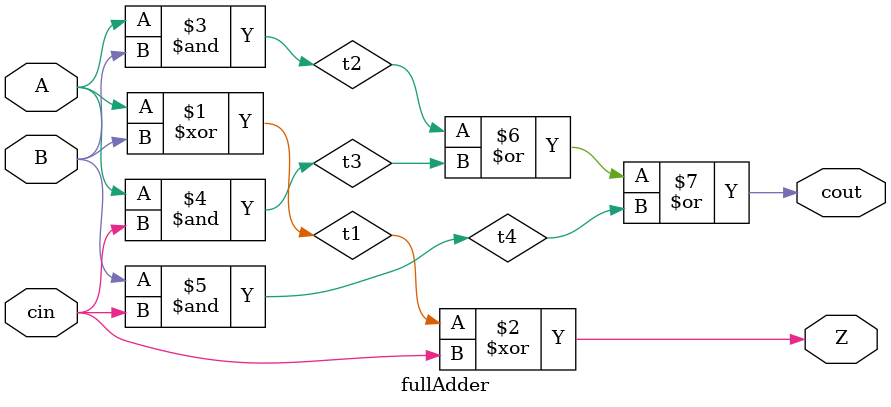
<source format=v>

module fullAdder(Z, cout, A, B, cin);
	input A, B, cin;
	output Z, cout;
	
	wire t1, t2, t3, t4;
	
//	assign {cout, Z} = A + B;

	xor G1 (t1, A, B);
	xor G2 (Z, t1, cin);
	and G3 (t2, A, B);
	and G4 (t3, A, cin);
	and G5 (t4, B, cin);
	or  G6 (cout, t2, t3, t4);
endmodule

</source>
